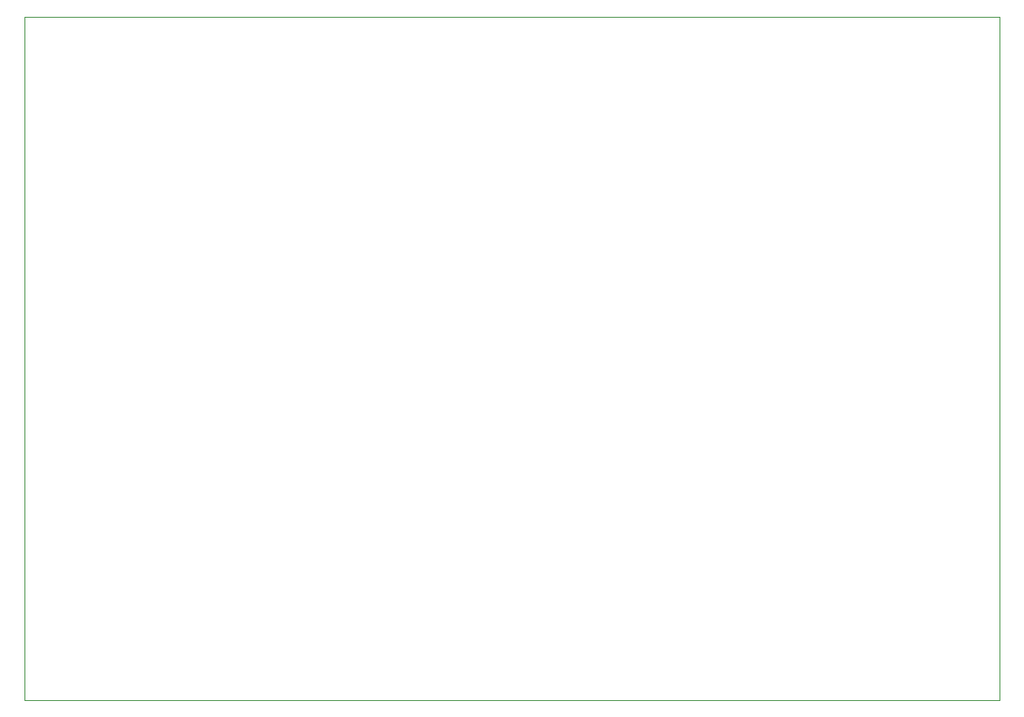
<source format=gtp>
G75*
%MOIN*%
%OFA0B0*%
%FSLAX24Y24*%
%IPPOS*%
%LPD*%
%AMOC8*
5,1,8,0,0,1.08239X$1,22.5*
%
%ADD10C,0.0000*%
D10*
X000675Y000675D02*
X039175Y000675D01*
X039175Y027675D01*
X000675Y027675D01*
X000675Y000675D01*
M02*

</source>
